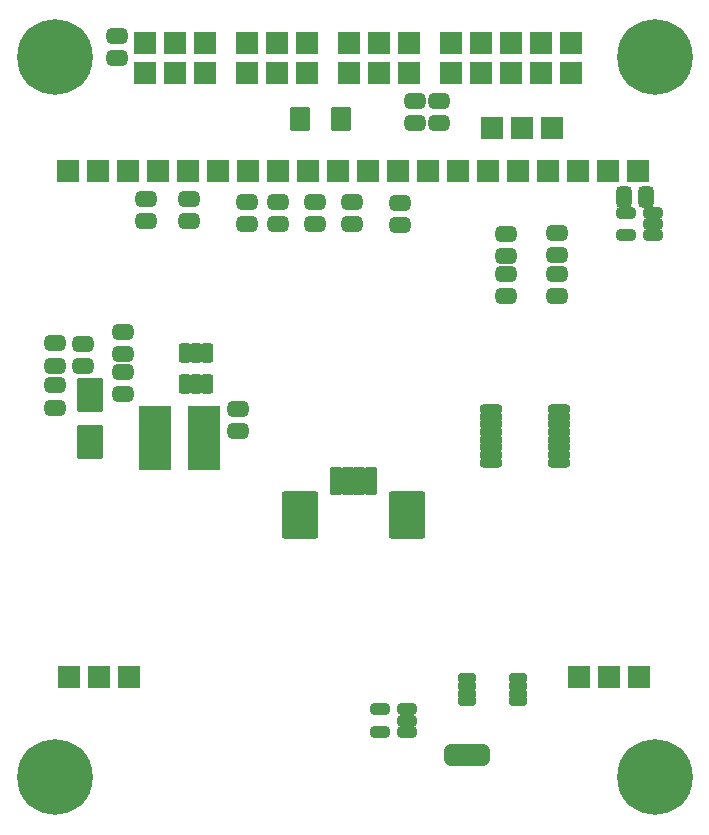
<source format=gbr>
%TF.GenerationSoftware,KiCad,Pcbnew,6.0.11+dfsg-1~bpo11+1*%
%TF.CreationDate,2023-05-27T18:01:48+00:00*%
%TF.ProjectId,OLED01,4f4c4544-3031-42e6-9b69-6361645f7063,rev?*%
%TF.SameCoordinates,PX72ba1e0PY737d6e0*%
%TF.FileFunction,Soldermask,Bot*%
%TF.FilePolarity,Negative*%
%FSLAX46Y46*%
G04 Gerber Fmt 4.6, Leading zero omitted, Abs format (unit mm)*
G04 Created by KiCad (PCBNEW 6.0.11+dfsg-1~bpo11+1) date 2023-05-27 18:01:48*
%MOMM*%
%LPD*%
G01*
G04 APERTURE LIST*
G04 Aperture macros list*
%AMRoundRect*
0 Rectangle with rounded corners*
0 $1 Rounding radius*
0 $2 $3 $4 $5 $6 $7 $8 $9 X,Y pos of 4 corners*
0 Add a 4 corners polygon primitive as box body*
4,1,4,$2,$3,$4,$5,$6,$7,$8,$9,$2,$3,0*
0 Add four circle primitives for the rounded corners*
1,1,$1+$1,$2,$3*
1,1,$1+$1,$4,$5*
1,1,$1+$1,$6,$7*
1,1,$1+$1,$8,$9*
0 Add four rect primitives between the rounded corners*
20,1,$1+$1,$2,$3,$4,$5,0*
20,1,$1+$1,$4,$5,$6,$7,0*
20,1,$1+$1,$6,$7,$8,$9,0*
20,1,$1+$1,$8,$9,$2,$3,0*%
%AMFreePoly0*
4,1,41,0.636777,0.930194,0.706366,0.874698,0.744986,0.794504,0.750000,0.750000,0.750000,-0.750000,0.730194,-0.836777,0.674698,-0.906366,0.594504,-0.944986,0.550000,-0.950000,0.000000,-0.950000,-0.023504,-0.944635,-0.083606,-0.943534,-0.139582,-0.934468,-0.274897,-0.892193,-0.326080,-0.867780,-0.444090,-0.789225,-0.486362,-0.751429,-0.577582,-0.642910,-0.607548,-0.594768,-0.664643,-0.465009,
-0.679893,-0.410393,-0.697476,-0.275933,-0.697084,-0.275882,-0.700000,-0.250000,-0.700000,0.250000,-0.697921,0.259109,-0.697582,0.286880,-0.675771,0.426957,-0.659192,0.481183,-0.598944,0.609508,-0.567811,0.656904,-0.473967,0.763162,-0.430783,0.799915,-0.310888,0.875563,-0.259125,0.898717,-0.122818,0.937674,-0.066635,0.945370,-0.042411,0.945222,0.000000,0.950000,0.550000,0.950000,
0.636777,0.930194,0.636777,0.930194,$1*%
%AMFreePoly1*
4,1,41,0.022678,0.944824,0.075125,0.944504,0.131210,0.936123,0.267031,0.895504,0.318507,0.871718,0.437469,0.794611,0.480202,0.757333,0.572740,0.649936,0.603290,0.602165,0.661967,0.473113,0.677883,0.418686,0.697980,0.278353,0.700000,0.250000,0.700000,-0.250000,0.699985,-0.252439,0.699836,-0.264655,0.697079,-0.295398,0.673559,-0.435199,0.656318,-0.489221,0.594506,-0.616800,
0.562797,-0.663810,0.467662,-0.768914,0.424032,-0.805137,0.303222,-0.879314,0.251181,-0.901834,0.114408,-0.939123,0.058135,-0.946132,0.037663,-0.945757,0.000000,-0.950000,-0.550000,-0.950000,-0.636777,-0.930194,-0.706366,-0.874698,-0.744986,-0.794504,-0.750000,-0.750000,-0.750000,0.750000,-0.730194,0.836777,-0.674698,0.906366,-0.594504,0.944986,-0.550000,0.950000,0.000000,0.950000,
0.022678,0.944824,0.022678,0.944824,$1*%
G04 Aperture macros list end*
%ADD10C,6.400000*%
%ADD11RoundRect,0.200000X0.762000X-0.762000X0.762000X0.762000X-0.762000X0.762000X-0.762000X-0.762000X0*%
%ADD12RoundRect,0.200000X-0.762000X0.762000X-0.762000X-0.762000X0.762000X-0.762000X0.762000X0.762000X0*%
%ADD13RoundRect,0.200000X1.175000X2.550000X-1.175000X2.550000X-1.175000X-2.550000X1.175000X-2.550000X0*%
%ADD14RoundRect,0.443750X-0.456250X0.243750X-0.456250X-0.243750X0.456250X-0.243750X0.456250X0.243750X0*%
%ADD15RoundRect,0.200000X-0.325000X0.610000X-0.325000X-0.610000X0.325000X-0.610000X0.325000X0.610000X0*%
%ADD16RoundRect,0.200000X0.305000X1.000000X-0.305000X1.000000X-0.305000X-1.000000X0.305000X-1.000000X0*%
%ADD17RoundRect,0.200000X1.340000X1.800000X-1.340000X1.800000X-1.340000X-1.800000X1.340000X-1.800000X0*%
%ADD18RoundRect,0.200000X0.650000X0.850000X-0.650000X0.850000X-0.650000X-0.850000X0.650000X-0.850000X0*%
%ADD19RoundRect,0.443750X0.456250X-0.243750X0.456250X0.243750X-0.456250X0.243750X-0.456250X-0.243750X0*%
%ADD20RoundRect,0.200000X-0.900000X1.250000X-0.900000X-1.250000X0.900000X-1.250000X0.900000X1.250000X0*%
%ADD21RoundRect,0.350000X0.512500X0.150000X-0.512500X0.150000X-0.512500X-0.150000X0.512500X-0.150000X0*%
%ADD22RoundRect,0.200000X0.550000X0.200000X-0.550000X0.200000X-0.550000X-0.200000X0.550000X-0.200000X0*%
%ADD23RoundRect,0.300000X-0.637500X-0.100000X0.637500X-0.100000X0.637500X0.100000X-0.637500X0.100000X0*%
%ADD24FreePoly0,180.000000*%
%ADD25RoundRect,0.200000X0.500000X0.750000X-0.500000X0.750000X-0.500000X-0.750000X0.500000X-0.750000X0*%
%ADD26FreePoly1,180.000000*%
%ADD27RoundRect,0.450000X0.250000X0.475000X-0.250000X0.475000X-0.250000X-0.475000X0.250000X-0.475000X0*%
G04 APERTURE END LIST*
D10*
%TO.C,H2*%
X50800000Y0D03*
%TD*%
%TO.C,H4*%
X0Y0D03*
%TD*%
D11*
%TO.C,J6*%
X33520000Y59630000D03*
X33520000Y62170000D03*
X36060000Y59630000D03*
X36060000Y62170000D03*
X38600000Y59630000D03*
X38600000Y62170000D03*
X41140000Y59630000D03*
X41140000Y62170000D03*
X43680000Y59630000D03*
X43680000Y62170000D03*
%TD*%
%TO.C,J5*%
X37060000Y55000000D03*
X39600000Y55000000D03*
X42140000Y55000000D03*
%TD*%
D12*
%TO.C,J4*%
X12740000Y62170000D03*
X12740000Y59630000D03*
X10200000Y62170000D03*
X10200000Y59630000D03*
X7660000Y62170000D03*
X7660000Y59630000D03*
%TD*%
D10*
%TO.C,H3*%
X0Y60960000D03*
%TD*%
%TO.C,H1*%
X50800000Y60960000D03*
%TD*%
D11*
%TO.C,DISP1*%
X1170000Y8500000D03*
X3710000Y8500000D03*
X6250000Y8500000D03*
X44350000Y8500000D03*
X46890000Y8500000D03*
X49430000Y8500000D03*
X49420000Y51300000D03*
X46880000Y51300000D03*
X44340000Y51300000D03*
X41800000Y51300000D03*
X39260000Y51300000D03*
X36720000Y51300000D03*
X34180000Y51300000D03*
X31640000Y51300000D03*
X29100000Y51300000D03*
X26560000Y51300000D03*
X24020000Y51300000D03*
X21480000Y51300000D03*
X18940000Y51300000D03*
X16400000Y51300000D03*
X13860000Y51300000D03*
X11320000Y51300000D03*
X8780000Y51300000D03*
X6240000Y51300000D03*
X3700000Y51300000D03*
X1160000Y51300000D03*
%TD*%
D12*
%TO.C,J2*%
X29980000Y62170000D03*
X29980000Y59630000D03*
X27440000Y62170000D03*
X27440000Y59630000D03*
X24900000Y62170000D03*
X24900000Y59630000D03*
%TD*%
D11*
%TO.C,J3*%
X16280000Y59630000D03*
X16280000Y62170000D03*
X18820000Y59630000D03*
X18820000Y62170000D03*
X21360000Y59630000D03*
X21360000Y62170000D03*
%TD*%
D13*
%TO.C,L1*%
X12675000Y28700000D03*
X8525000Y28700000D03*
%TD*%
D14*
%TO.C,R10*%
X16300000Y48700000D03*
X16300000Y46825000D03*
%TD*%
%TO.C,R3*%
X42500000Y42637500D03*
X42500000Y40762500D03*
%TD*%
D15*
%TO.C,U3*%
X11000341Y35933647D03*
X11950341Y35933647D03*
X12900341Y35933647D03*
X12900341Y33313647D03*
X11950341Y33313647D03*
X11000341Y33313647D03*
%TD*%
D14*
%TO.C,R1*%
X11400000Y48937500D03*
X11400000Y47062500D03*
%TD*%
D16*
%TO.C,J1*%
X26800000Y25050000D03*
X25800000Y25050000D03*
X24800000Y25050000D03*
X23800000Y25050000D03*
D17*
X29790000Y22250000D03*
X20810000Y22250000D03*
%TD*%
D14*
%TO.C,R4*%
X38200000Y46037500D03*
X38200000Y44162500D03*
%TD*%
D18*
%TO.C,D2*%
X24250000Y55700000D03*
X20750000Y55700000D03*
%TD*%
D19*
%TO.C,C8*%
X32500000Y55425000D03*
X32500000Y57300000D03*
%TD*%
%TO.C,R13*%
X18900000Y46825000D03*
X18900000Y48700000D03*
%TD*%
D20*
%TO.C,D1*%
X3000000Y32400000D03*
X3000000Y28400000D03*
%TD*%
D21*
%TO.C,U2*%
X29837500Y5750000D03*
X29837500Y4800000D03*
X29837500Y3850000D03*
X27562500Y3850000D03*
X27562500Y5750000D03*
%TD*%
D22*
%TO.C,U5*%
X39250000Y8375000D03*
X39250000Y7725000D03*
X39250000Y7075000D03*
X39250000Y6425000D03*
X34950000Y6425000D03*
X34950000Y7075000D03*
X34950000Y7725000D03*
X34950000Y8375000D03*
%TD*%
D19*
%TO.C,R7*%
X5800000Y32462500D03*
X5800000Y34337500D03*
%TD*%
D14*
%TO.C,C11*%
X0Y36737500D03*
X0Y34862500D03*
%TD*%
D23*
%TO.C,U4*%
X36937500Y26625000D03*
X36937500Y27275000D03*
X36937500Y27925000D03*
X36937500Y28575000D03*
X36937500Y29225000D03*
X36937500Y29875000D03*
X36937500Y30525000D03*
X36937500Y31175000D03*
X42662500Y31175000D03*
X42662500Y30525000D03*
X42662500Y29875000D03*
X42662500Y29225000D03*
X42662500Y28575000D03*
X42662500Y27925000D03*
X42662500Y27275000D03*
X42662500Y26625000D03*
%TD*%
D14*
%TO.C,R6*%
X5250000Y62750000D03*
X5250000Y60875000D03*
%TD*%
%TO.C,R2*%
X42500000Y46075000D03*
X42500000Y44200000D03*
%TD*%
D24*
%TO.C,JP1*%
X36200000Y1900000D03*
D25*
X34900000Y1900000D03*
D26*
X33600000Y1900000D03*
%TD*%
D14*
%TO.C,C2*%
X7700000Y49000000D03*
X7700000Y47125000D03*
%TD*%
%TO.C,R12*%
X29200000Y48600000D03*
X29200000Y46725000D03*
%TD*%
%TO.C,R5*%
X38200000Y42600000D03*
X38200000Y40725000D03*
%TD*%
D19*
%TO.C,R8*%
X5800000Y35825000D03*
X5800000Y37700000D03*
%TD*%
D27*
%TO.C,C1*%
X50100000Y49100000D03*
X48200000Y49100000D03*
%TD*%
D14*
%TO.C,R11*%
X25200000Y48737500D03*
X25200000Y46862500D03*
%TD*%
D19*
%TO.C,R14*%
X22000000Y46825000D03*
X22000000Y48700000D03*
%TD*%
%TO.C,C9*%
X30500000Y55425000D03*
X30500000Y57300000D03*
%TD*%
D21*
%TO.C,U1*%
X50675000Y47800000D03*
X50675000Y46850000D03*
X50675000Y45900000D03*
X48400000Y45900000D03*
X48400000Y47800000D03*
%TD*%
D19*
%TO.C,R9*%
X2400000Y34800000D03*
X2400000Y36675000D03*
%TD*%
%TO.C,C10*%
X0Y31300000D03*
X0Y33175000D03*
%TD*%
D14*
%TO.C,C5*%
X15500000Y31175000D03*
X15500000Y29300000D03*
%TD*%
M02*

</source>
